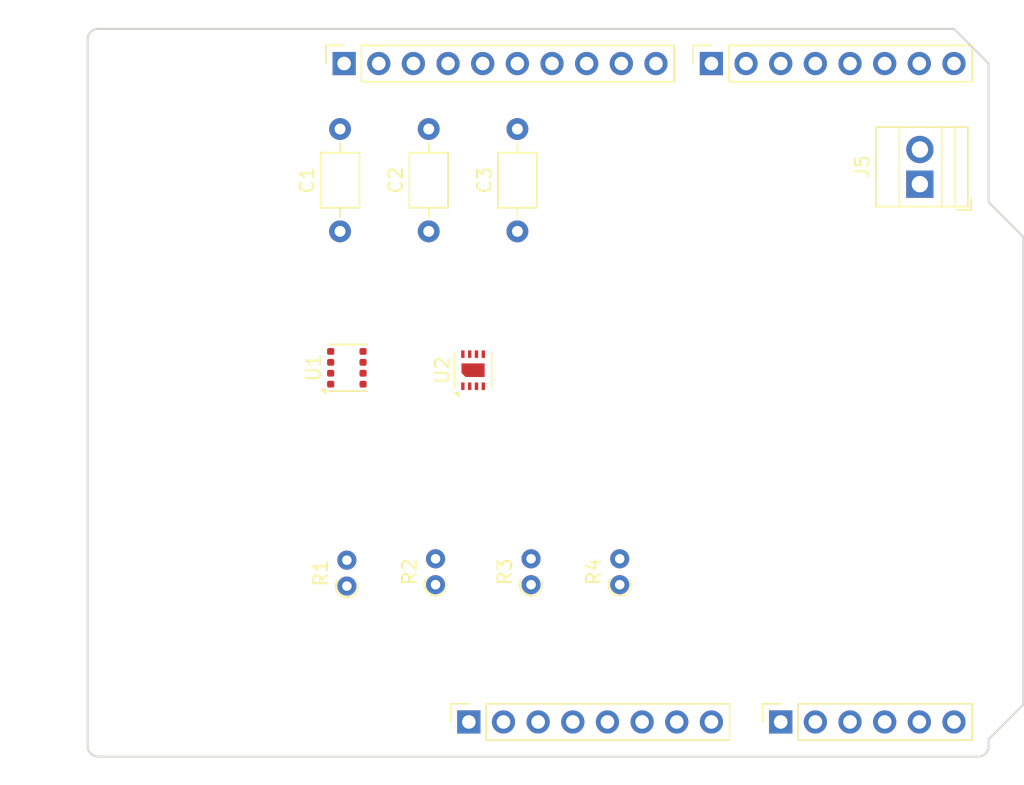
<source format=kicad_pcb>
(kicad_pcb (version 20240108) (generator "pcbnew") (generator_version "8.0")
  (title_block (date "mar. 31 mars 2015"))
  (layers (0 "F.Cu" signal) (31 "B.Cu" signal) (34 "B.Paste" user) (35 "F.Paste" user) (36 "B.SilkS" user "B.Silkscreen") (37 "F.SilkS" user "F.Silkscreen") (38 "B.Mask" user) (39 "F.Mask" user) (44 "Edge.Cuts" user))
  (net 0 "")
  (net 1 "GND")
  (net 3 "+5V")
  (net 4 "/IOREF")
  (net 5 "/A0")
  (net 6 "/A1")
  (net 7 "/A2")
  (net 8 "/A3")
  (net 9 "Net-(C2-Pad2)")
  (net 10 "Net-(C3-Pad2)")
  (net 11 "/13")
  (net 12 "/12")
  (net 13 "/AREF")
  (net 14 "/8")
  (net 15 "/7")
  (net 16 "/*11")
  (net 17 "/*10")
  (net 18 "/*9")
  (net 19 "/4")
  (net 20 "/2")
  (net 21 "/*6")
  (net 22 "/*5")
  (net 23 "/TX{slash}1")
  (net 24 "/*3")
  (net 25 "/RX{slash}0")
  (net 26 "+3V3")
  (net 27 "VCC")
  (net 28 "/~{RESET}")
  (net 30 "Net-(U2-R)")
  (footprint "Connector_PinSocket_2.54mm:PinSocket_1x08_P2.54mm_Vertical" (layer "F.Cu") (at 127.94 97.46 90)
    (property "Reference" "J1" (hide yes))
    (property "Value" "Power")
    (fp_line (start 1.33 -1.33) (end 1.33 0) (stroke (width 0.12)) (layer "F.SilkS"))
    (fp_line (start 0 -1.33) (end 1.33 -1.33) (stroke (width 0.12)) (layer "F.SilkS"))
    (fp_line (start 1.33 1.27) (end 1.33 19.11) (stroke (width 0.12)) (layer "F.SilkS"))
    (fp_line (start -1.33 1.27) (end 1.33 1.27) (stroke (width 0.12)) (layer "F.SilkS"))
    (fp_line (start -1.33 1.27) (end -1.33 19.11) (stroke (width 0.12)) (layer "F.SilkS"))
    (fp_line (start -1.33 19.11) (end 1.33 19.11) (stroke (width 0.12)) (layer "F.SilkS"))
    (pad "1" thru_hole rect (at 0 0 90) (size 1.7 1.7) (drill 1) (layers "*.Cu" "*.Mask"))
    (pad "2" thru_hole oval (at 0 2.54 90) (size 1.7 1.7) (drill 1) (layers "*.Cu" "*.Mask") (net 4 "/IOREF"))
    (pad "3" thru_hole oval (at 0 5.08 90) (size 1.7 1.7) (drill 1) (layers "*.Cu" "*.Mask") (net 28 "/~{RESET}"))
    (pad "4" thru_hole oval (at 0 7.62 90) (size 1.7 1.7) (drill 1) (layers "*.Cu" "*.Mask") (net 26 "+3V3"))
    (pad "5" thru_hole oval (at 0 10.16 90) (size 1.7 1.7) (drill 1) (layers "*.Cu" "*.Mask") (net 3 "+5V"))
    (pad "6" thru_hole oval (at 0 12.7 90) (size 1.7 1.7) (drill 1) (layers "*.Cu" "*.Mask") (net 1 "GND"))
    (pad "7" thru_hole oval (at 0 15.24 90) (size 1.7 1.7) (drill 1) (layers "*.Cu" "*.Mask") (net 1 "GND"))
    (pad "8" thru_hole oval (at 0 17.78 90) (size 1.7 1.7) (drill 1) (layers "*.Cu" "*.Mask") (net 27 "VCC"))
  )
  (footprint "Connector_PinSocket_2.54mm:PinSocket_1x06_P2.54mm_Vertical" (layer "F.Cu") (at 150.8 97.46 90)
    (property "Reference" "J3" (hide yes))
    (property "Value" "Analog")
    (fp_line (start 1.33 -1.33) (end 1.33 0) (stroke (width 0.12)) (layer "F.SilkS"))
    (fp_line (start 0 -1.33) (end 1.33 -1.33) (stroke (width 0.12)) (layer "F.SilkS"))
    (fp_line (start 1.33 1.27) (end 1.33 14.03) (stroke (width 0.12)) (layer "F.SilkS"))
    (fp_line (start -1.33 1.27) (end 1.33 1.27) (stroke (width 0.12)) (layer "F.SilkS"))
    (fp_line (start -1.33 1.27) (end -1.33 14.03) (stroke (width 0.12)) (layer "F.SilkS"))
    (fp_line (start -1.33 14.03) (end 1.33 14.03) (stroke (width 0.12)) (layer "F.SilkS"))
    (pad "1" thru_hole rect (at 0 0 90) (size 1.7 1.7) (drill 1) (layers "*.Cu" "*.Mask") (net 5 "/A0"))
    (pad "2" thru_hole oval (at 0 2.54 90) (size 1.7 1.7) (drill 1) (layers "*.Cu" "*.Mask") (net 6 "/A1"))
    (pad "3" thru_hole oval (at 0 5.08 90) (size 1.7 1.7) (drill 1) (layers "*.Cu" "*.Mask") (net 7 "/A2"))
    (pad "4" thru_hole oval (at 0 7.62 90) (size 1.7 1.7) (drill 1) (layers "*.Cu" "*.Mask") (net 8 "/A3"))
    (pad "5" thru_hole oval (at 0 10.16 90) (size 1.7 1.7) (drill 1) (layers "*.Cu" "*.Mask") (net 1 "GND"))
    (pad "6" thru_hole oval (at 0 12.7 90) (size 1.7 1.7) (drill 1) (layers "*.Cu" "*.Mask") (net 1 "GND"))
  )
  (footprint "Connector_PinSocket_2.54mm:PinSocket_1x10_P2.54mm_Vertical" (layer "F.Cu") (at 118.796 49.2 90)
    (property "Reference" "J2" (hide yes))
    (property "Value" "Digital/PWM")
    (fp_line (start 1.33 -1.33) (end 1.33 0) (stroke (width 0.12)) (layer "F.SilkS"))
    (fp_line (start 0 -1.33) (end 1.33 -1.33) (stroke (width 0.12)) (layer "F.SilkS"))
    (fp_line (start 1.33 1.27) (end 1.33 24.19) (stroke (width 0.12)) (layer "F.SilkS"))
    (fp_line (start -1.33 1.27) (end 1.33 1.27) (stroke (width 0.12)) (layer "F.SilkS"))
    (fp_line (start -1.33 1.27) (end -1.33 24.19) (stroke (width 0.12)) (layer "F.SilkS"))
    (fp_line (start -1.33 24.19) (end 1.33 24.19) (stroke (width 0.12)) (layer "F.SilkS"))
    (pad "1" thru_hole rect (at 0 0 90) (size 1.7 1.7) (drill 1) (layers "*.Cu" "*.Mask") (net 1 "GND"))
    (pad "2" thru_hole oval (at 0 2.54 90) (size 1.7 1.7) (drill 1) (layers "*.Cu" "*.Mask") (net 1 "GND"))
    (pad "3" thru_hole oval (at 0 5.08 90) (size 1.7 1.7) (drill 1) (layers "*.Cu" "*.Mask") (net 13 "/AREF"))
    (pad "4" thru_hole oval (at 0 7.62 90) (size 1.7 1.7) (drill 1) (layers "*.Cu" "*.Mask") (net 1 "GND"))
    (pad "5" thru_hole oval (at 0 10.16 90) (size 1.7 1.7) (drill 1) (layers "*.Cu" "*.Mask") (net 11 "/13"))
    (pad "6" thru_hole oval (at 0 12.7 90) (size 1.7 1.7) (drill 1) (layers "*.Cu" "*.Mask") (net 12 "/12"))
    (pad "7" thru_hole oval (at 0 15.24 90) (size 1.7 1.7) (drill 1) (layers "*.Cu" "*.Mask") (net 16 "/*11"))
    (pad "8" thru_hole oval (at 0 17.78 90) (size 1.7 1.7) (drill 1) (layers "*.Cu" "*.Mask") (net 17 "/*10"))
    (pad "9" thru_hole oval (at 0 20.32 90) (size 1.7 1.7) (drill 1) (layers "*.Cu" "*.Mask") (net 18 "/*9"))
    (pad "10" thru_hole oval (at 0 22.86 90) (size 1.7 1.7) (drill 1) (layers "*.Cu" "*.Mask") (net 14 "/8"))
  )
  (footprint "Connector_PinSocket_2.54mm:PinSocket_1x08_P2.54mm_Vertical" (layer "F.Cu") (at 145.72 49.2 90)
    (property "Reference" "J4" (hide yes))
    (property "Value" "Digital/PWM")
    (fp_line (start 1.33 -1.33) (end 1.33 0) (stroke (width 0.12)) (layer "F.SilkS"))
    (fp_line (start 0 -1.33) (end 1.33 -1.33) (stroke (width 0.12)) (layer "F.SilkS"))
    (fp_line (start 1.33 1.27) (end 1.33 19.11) (stroke (width 0.12)) (layer "F.SilkS"))
    (fp_line (start -1.33 1.27) (end 1.33 1.27) (stroke (width 0.12)) (layer "F.SilkS"))
    (fp_line (start -1.33 1.27) (end -1.33 19.11) (stroke (width 0.12)) (layer "F.SilkS"))
    (fp_line (start -1.33 19.11) (end 1.33 19.11) (stroke (width 0.12)) (layer "F.SilkS"))
    (pad "1" thru_hole rect (at 0 0 90) (size 1.7 1.7) (drill 1) (layers "*.Cu" "*.Mask") (net 15 "/7"))
    (pad "2" thru_hole oval (at 0 2.54 90) (size 1.7 1.7) (drill 1) (layers "*.Cu" "*.Mask") (net 21 "/*6"))
    (pad "3" thru_hole oval (at 0 5.08 90) (size 1.7 1.7) (drill 1) (layers "*.Cu" "*.Mask") (net 22 "/*5"))
    (pad "4" thru_hole oval (at 0 7.62 90) (size 1.7 1.7) (drill 1) (layers "*.Cu" "*.Mask") (net 19 "/4"))
    (pad "5" thru_hole oval (at 0 10.16 90) (size 1.7 1.7) (drill 1) (layers "*.Cu" "*.Mask") (net 24 "/*3"))
    (pad "6" thru_hole oval (at 0 12.7 90) (size 1.7 1.7) (drill 1) (layers "*.Cu" "*.Mask") (net 20 "/2"))
    (pad "7" thru_hole oval (at 0 15.24 90) (size 1.7 1.7) (drill 1) (layers "*.Cu" "*.Mask") (net 23 "/TX{slash}1"))
    (pad "8" thru_hole oval (at 0 17.78 90) (size 1.7 1.7) (drill 1) (layers "*.Cu" "*.Mask") (net 25 "/RX{slash}0"))
  )
  (footprint "Capacitor_THT:C_Axial_L3.8mm_D2.6mm_P7.50mm_Horizontal" (layer "F.Cu") (at 125 61.5 90)
    (property "Reference" "C2" (at 3.75 -2.42 90) (layer "F.SilkS"))
    (property "Value" "C")
    (fp_line (start 5.77 -1.42) (end 1.73 -1.42) (stroke (width 0.12)) (layer "F.SilkS"))
    (fp_line (start 1.73 -1.42) (end 1.73 1.42) (stroke (width 0.12)) (layer "F.SilkS"))
    (fp_line (start 6.46 0) (end 5.77 0) (stroke (width 0.12)) (layer "F.SilkS"))
    (fp_line (start 1.04 0) (end 1.73 0) (stroke (width 0.12)) (layer "F.SilkS"))
    (fp_line (start 5.77 1.42) (end 5.77 -1.42) (stroke (width 0.12)) (layer "F.SilkS"))
    (fp_line (start 1.73 1.42) (end 5.77 1.42) (stroke (width 0.12)) (layer "F.SilkS"))
    (pad "1" thru_hole circle (at 0 0 90) (size 1.6 1.6) (drill 0.8) (layers "*.Cu" "*.Mask") (net 1 "GND"))
    (pad "2" thru_hole oval (at 7.5 0 90) (size 1.6 1.6) (drill 0.8) (layers "*.Cu" "*.Mask") (net 9 "Net-(C2-Pad2)"))
  )
  (footprint "Resistor_THT:R_Axial_DIN0204_L3.6mm_D1.6mm_P1.90mm_Vertical" (layer "F.Cu") (at 125.5 87.4 90)
    (property "Reference" "R2" (at 0.95 -1.92 90) (layer "F.SilkS"))
    (property "Value" "R")
    (fp_arc (start 0.320095 0.749359) (mid -0.813042 -0.054435) (end 0.417133 -0.7) (stroke (width 0.12)) (layer "F.SilkS"))
    (pad "1" thru_hole circle (at 0 0 90) (size 1.4 1.4) (drill 0.7) (layers "*.Cu" "*.Mask") (net 1 "GND"))
    (pad "2" thru_hole oval (at 1.9 0 90) (size 1.4 1.4) (drill 0.7) (layers "*.Cu" "*.Mask") (net 1 "GND"))
  )
  (footprint "Arduino_MountingHole:MountingHole_3.2mm" (layer "F.Cu") (at 115.24 49.2)
    (property "Reference" "MH1" (hide yes))
    (property "Value" "MountingHole_3.2mm" (hide yes))
    (pad "" np_thru_hole circle (at 0 0) (size 3.2 3.2) (drill 3.2) (layers "*.Cu" "*.Mask"))
  )
  (footprint "Resistor_THT:R_Axial_DIN0204_L3.6mm_D1.6mm_P1.90mm_Vertical" (layer "F.Cu") (at 132.5 87.4 90)
    (property "Reference" "R3" (at 0.95 -1.92 90) (layer "F.SilkS"))
    (property "Value" "R")
    (fp_arc (start 0.320095 0.749359) (mid -0.813042 -0.054435) (end 0.417133 -0.7) (stroke (width 0.12)) (layer "F.SilkS"))
    (pad "1" thru_hole circle (at 0 0 90) (size 1.4 1.4) (drill 0.7) (layers "*.Cu" "*.Mask") (net 1 "GND"))
    (pad "2" thru_hole oval (at 1.9 0 90) (size 1.4 1.4) (drill 0.7) (layers "*.Cu" "*.Mask") (net 10 "Net-(C3-Pad2)"))
  )
  (footprint "Resistor_THT:R_Axial_DIN0204_L3.6mm_D1.6mm_P1.90mm_Vertical" (layer "F.Cu") (at 139 87.4 90)
    (property "Reference" "R4" (at 0.95 -1.92 90) (layer "F.SilkS"))
    (property "Value" "R")
    (fp_arc (start 0.320095 0.749359) (mid -0.813042 -0.054435) (end 0.417133 -0.7) (stroke (width 0.12)) (layer "F.SilkS"))
    (pad "1" thru_hole circle (at 0 0 90) (size 1.4 1.4) (drill 0.7) (layers "*.Cu" "*.Mask") (net 1 "GND"))
    (pad "2" thru_hole oval (at 1.9 0 90) (size 1.4 1.4) (drill 0.7) (layers "*.Cu" "*.Mask") (net 9 "Net-(C2-Pad2)"))
  )
  (footprint "TerminalBlock:TerminalBlock_Xinya_XY308-2.54-2P_1x02_P2.54mm_Horizontal" (layer "F.Cu") (at 161 58.04 90)
    (property "Reference" "J5" (at 1.27 -4.22 90) (layer "F.SilkS"))
    (property "Value" "Screw_Terminal_01x02")
    (fp_line (start 4.18 -3.22) (end 4.18 3.52) (stroke (width 0.12)) (layer "F.SilkS"))
    (fp_line (start -1.64 -3.22) (end 4.18 -3.22) (stroke (width 0.12)) (layer "F.SilkS"))
    (fp_line (start -1.64 -3.22) (end -1.64 3.52) (stroke (width 0.12)) (layer "F.SilkS"))
    (fp_line (start -1.64 -1.501) (end 4.18 -1.501) (stroke (width 0.12)) (layer "F.SilkS"))
    (fp_line (start -1.64 1.6) (end 4.18 1.6) (stroke (width 0.12)) (layer "F.SilkS"))
    (fp_line (start -1.64 2.6) (end 4.18 2.6) (stroke (width 0.12)) (layer "F.SilkS"))
    (fp_line (start -1.88 2.72) (end -1.88 3.76) (stroke (width 0.12)) (layer "F.SilkS"))
    (fp_line (start -1.64 3.52) (end 4.18 3.52) (stroke (width 0.12)) (layer "F.SilkS"))
    (fp_line (start -1.88 3.76) (end -1.08 3.76) (stroke (width 0.12)) (layer "F.SilkS"))
    (pad "1" thru_hole rect (at 0 0 90) (size 2 2) (drill 1.2) (layers "*.Cu" "*.Mask") (net 1 "GND"))
    (pad "2" thru_hole circle (at 2.54 0 90) (size 2 2) (drill 1.2) (layers "*.Cu" "*.Mask") (net 27 "VCC"))
  )
  (footprint "Resistor_THT:R_Axial_DIN0204_L3.6mm_D1.6mm_P1.90mm_Vertical" (layer "F.Cu") (at 119 87.5 90)
    (property "Reference" "R1" (at 0.95 -1.92 90) (layer "F.SilkS"))
    (property "Value" "R")
    (fp_arc (start 0.320095 0.749359) (mid -0.813042 -0.054435) (end 0.417133 -0.7) (stroke (width 0.12)) (layer "F.SilkS"))
    (pad "1" thru_hole circle (at 0 0 90) (size 1.4 1.4) (drill 0.7) (layers "*.Cu" "*.Mask") (net 1 "GND"))
    (pad "2" thru_hole oval (at 1.9 0 90) (size 1.4 1.4) (drill 0.7) (layers "*.Cu" "*.Mask") (net 1 "GND"))
  )
  (footprint "Capacitor_THT:C_Axial_L3.8mm_D2.6mm_P7.50mm_Horizontal" (layer "F.Cu") (at 131.5 61.5 90)
    (property "Reference" "C3" (at 3.75 -2.42 90) (layer "F.SilkS"))
    (property "Value" "C")
    (fp_line (start 5.77 -1.42) (end 1.73 -1.42) (stroke (width 0.12)) (layer "F.SilkS"))
    (fp_line (start 1.73 -1.42) (end 1.73 1.42) (stroke (width 0.12)) (layer "F.SilkS"))
    (fp_line (start 6.46 0) (end 5.77 0) (stroke (width 0.12)) (layer "F.SilkS"))
    (fp_line (start 1.04 0) (end 1.73 0) (stroke (width 0.12)) (layer "F.SilkS"))
    (fp_line (start 5.77 1.42) (end 5.77 -1.42) (stroke (width 0.12)) (layer "F.SilkS"))
    (fp_line (start 1.73 1.42) (end 5.77 1.42) (stroke (width 0.12)) (layer "F.SilkS"))
    (pad "1" thru_hole circle (at 0 0 90) (size 1.6 1.6) (drill 0.8) (layers "*.Cu" "*.Mask") (net 1 "GND"))
    (pad "2" thru_hole oval (at 7.5 0 90) (size 1.6 1.6) (drill 0.8) (layers "*.Cu" "*.Mask") (net 10 "Net-(C3-Pad2)"))
  )
  (footprint "Capacitor_THT:C_Axial_L3.8mm_D2.6mm_P7.50mm_Horizontal" (layer "F.Cu") (at 118.5 61.5 90)
    (property "Reference" "C1" (at 3.75 -2.42 90) (layer "F.SilkS"))
    (property "Value" "C")
    (fp_line (start 5.77 -1.42) (end 1.73 -1.42) (stroke (width 0.12)) (layer "F.SilkS"))
    (fp_line (start 1.73 -1.42) (end 1.73 1.42) (stroke (width 0.12)) (layer "F.SilkS"))
    (fp_line (start 6.46 0) (end 5.77 0) (stroke (width 0.12)) (layer "F.SilkS"))
    (fp_line (start 1.04 0) (end 1.73 0) (stroke (width 0.12)) (layer "F.SilkS"))
    (fp_line (start 5.77 1.42) (end 5.77 -1.42) (stroke (width 0.12)) (layer "F.SilkS"))
    (fp_line (start 1.73 1.42) (end 5.77 1.42) (stroke (width 0.12)) (layer "F.SilkS"))
    (pad "1" thru_hole circle (at 0 0 90) (size 1.6 1.6) (drill 0.8) (layers "*.Cu" "*.Mask") (net 1 "GND"))
    (pad "2" thru_hole oval (at 7.5 0 90) (size 1.6 1.6) (drill 0.8) (layers "*.Cu" "*.Mask") (net 3 "+5V"))
  )
  (footprint "Package_LGA:Bosch_LGA-8_3x3mm_P0.8mm_ClockwisePinNumbering" (layer "F.Cu") (at 119 71.5 90)
    (property "Reference" "U1" (at 0 -2.45 90) (layer "F.SilkS"))
    (property "Value" "BME680")
    (fp_line (start 1.71 -1.36) (end 1.71 1.5) (stroke (width 0.12)) (layer "F.SilkS"))
    (fp_line (start -1.71 -1.36) (end -1.71 1.5) (stroke (width 0.12)) (layer "F.SilkS"))
    (fp_poly (pts (xy -1.6 -1.6) (xy -1.88 -1.6) (xy -1.6 -1.88) (xy -1.6 -1.6)) (stroke (width 0.12)) (fill solid) (layer "F.SilkS"))
    (pad "1" smd roundrect (at -1.2 -1.1875 90) (size 0.5 0.525) (layers "F.Cu" "F.Paste" "F.Mask") (net 1 "GND"))
    (pad "2" smd roundrect (at -0.4 -1.1875 90) (size 0.5 0.525) (layers "F.Cu" "F.Paste" "F.Mask") (net 1 "GND"))
    (pad "3" smd roundrect (at 0.4 -1.1875 90) (size 0.5 0.525) (layers "F.Cu" "F.Paste" "F.Mask") (net 1 "GND"))
    (pad "4" smd roundrect (at 1.2 -1.1875 90) (size 0.5 0.525) (layers "F.Cu" "F.Paste" "F.Mask") (net 1 "GND"))
    (pad "5" smd roundrect (at 1.2 1.1875 90) (size 0.5 0.525) (layers "F.Cu" "F.Paste" "F.Mask") (net 1 "GND"))
    (pad "6" smd roundrect (at 0.4 1.1875 90) (size 0.5 0.525) (layers "F.Cu" "F.Paste" "F.Mask") (net 1 "GND"))
    (pad "7" smd roundrect (at -0.4 1.1875 90) (size 0.5 0.525) (layers "F.Cu" "F.Paste" "F.Mask") (net 1 "GND"))
    (pad "8" smd roundrect (at -1.2 1.1875 90) (size 0.5 0.525) (layers "F.Cu" "F.Paste" "F.Mask") (net 1 "GND"))
  )
  (footprint "Sensor_Humidity:Sensirion_DFN-8-1EP_2.5x2.5mm_P0.5mm_EP1.1x1.7mm" (layer "F.Cu") (at 128.25 71.675 90)
    (property "Reference" "U2" (at 0 -2.25 90) (layer "F.SilkS"))
    (property "Value" "SHT30-DIS")
    (fp_line (start -1.25 -1.36) (end 1.25 -1.36) (stroke (width 0.12)) (layer "F.SilkS"))
    (fp_line (start -1.25 1.36) (end 1.25 1.36) (stroke (width 0.12)) (layer "F.SilkS"))
    (fp_poly (pts (xy -1.65 -1.05) (xy -1.93 -1.05) (xy -1.65 -1.33) (xy -1.65 -1.05)) (stroke (width 0.12)) (fill solid) (layer "F.SilkS"))
    (pad "1" smd rect (at -1.175 -0.75 90) (size 0.55 0.25) (layers "F.Cu" "F.Paste" "F.Mask") (net 1 "GND"))
    (pad "2" smd rect (at -1.175 -0.25 90) (size 0.55 0.25) (layers "F.Cu" "F.Paste" "F.Mask") (net 21 "/*6"))
    (pad "3" smd rect (at -1.175 0.25 90) (size 0.55 0.25) (layers "F.Cu" "F.Paste" "F.Mask"))
    (pad "4" smd rect (at -1.175 0.75 270) (size 0.55 0.25) (layers "F.Cu" "F.Paste" "F.Mask") (net 1 "GND"))
    (pad "5" smd rect (at 1.175 0.75 90) (size 0.55 0.25) (layers "F.Cu" "F.Paste" "F.Mask") (net 1 "GND"))
    (pad "6" smd rect (at 1.175 0.25 90) (size 0.55 0.25) (layers "F.Cu" "F.Paste" "F.Mask"))
    (pad "7" smd rect (at 1.175 -0.25 90) (size 0.55 0.25) (layers "F.Cu" "F.Paste" "F.Mask") (net 30 "Net-(U2-R)"))
    (pad "8" smd rect (at 1.175 -0.75 90) (size 0.55 0.25) (layers "F.Cu" "F.Paste" "F.Mask") (net 30 "Net-(U2-R)"))
    (pad "9" smd custom (at 0 0 90) (size 1 1) (layers "F.Cu" "F.Mask") (net 30 "Net-(U2-R)") (options (clearance outline) (anchor circle)) (primitives (gr_poly (pts (xy 0.5 0.85) (xy -0.5 0.85) (xy -0.5 -0.55) (xy -0.2 -0.85) (xy 0.5 -0.85)) (width 0) (fill yes))))
  )
  (footprint "Arduino_MountingHole:MountingHole_3.2mm" (layer "F.Cu") (at 113.97 97.46)
    (property "Reference" "MH2" (hide yes))
    (property "Value" "MountingHole_3.2mm" (hide yes))
    (pad "" np_thru_hole circle (at 0 0) (size 3.2 3.2) (drill 3.2) (layers "*.Cu" "*.Mask"))
  )
  (footprint "Arduino_MountingHole:MountingHole_3.2mm" (layer "F.Cu") (at 166.04 64.44)
    (property "Reference" "MH3" (hide yes))
    (property "Value" "MountingHole_3.2mm" (hide yes))
    (pad "" np_thru_hole circle (at 0 0) (size 3.2 3.2) (drill 3.2) (layers "*.Cu" "*.Mask"))
  )
  (footprint "Arduino_MountingHole:MountingHole_3.2mm" (layer "F.Cu") (at 166.04 92.38)
    (property "Reference" "MH4" (hide yes))
    (property "Value" "MountingHole_3.2mm" (hide yes))
    (pad "" np_thru_hole circle (at 0 0) (size 3.2 3.2) (drill 3.2) (layers "*.Cu" "*.Mask"))
  )
  (gr_line (start 166.04 59.36) (end 168.58 61.9) (stroke (width 0.15)) (layer "Edge.Cuts"))
  (gr_line (start 100 99.238) (end 100 47.422) (stroke (width 0.15)) (layer "Edge.Cuts"))
  (gr_line (start 168.58 61.9) (end 168.58 96.19) (stroke (width 0.15)) (layer "Edge.Cuts"))
  (gr_line (start 165.278 100) (end 100.762 100) (stroke (width 0.15)) (layer "Edge.Cuts"))
  (gr_line (start 100.762 46.66) (end 163.5 46.66) (stroke (width 0.15)) (layer "Edge.Cuts"))
  (gr_arc (start 100.762 100) (mid 100.223185 99.776815) (end 100 99.238) (stroke (width 0.15)) (layer "Edge.Cuts"))
  (gr_line (start 168.58 96.19) (end 166.04 98.73) (stroke (width 0.15)) (layer "Edge.Cuts"))
  (gr_line (start 163.5 46.66) (end 166.04 49.2) (stroke (width 0.15)) (layer "Edge.Cuts"))
  (gr_arc (start 166.04 99.238) (mid 165.816815 99.776815) (end 165.278 100) (stroke (width 0.15)) (layer "Edge.Cuts"))
  (gr_line (start 166.04 49.2) (end 166.04 59.36) (stroke (width 0.15)) (layer "Edge.Cuts"))
  (gr_line (start 166.04 98.73) (end 166.04 99.238) (stroke (width 0.15)) (layer "Edge.Cuts"))
  (gr_arc (start 100 47.422) (mid 100.223185 46.883185) (end 100.762 46.66) (stroke (width 0.15)) (layer "Edge.Cuts"))
)
</source>
